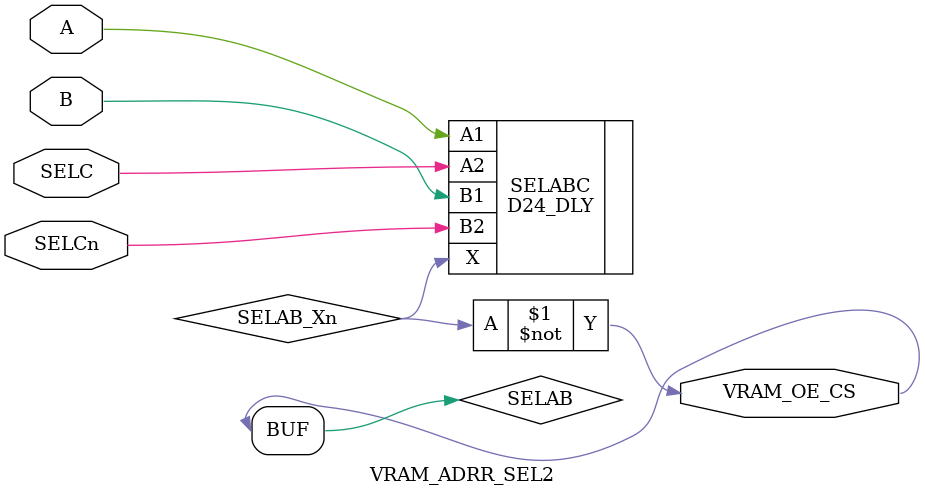
<source format=v>
/****************************************************************
 * Support modules for use with generate blocks repetitive      *
 * hardware patterns.                                           *
 * @Furrtek schematics on 052109 die:                           *
 * https://github.com/furrtek/VGChips/tree/master/Konami/052109 *
 * Author: @RndMnkIII                                           *
 * Repository: https://github.com/RndMnkIII/k052109_verilog     *
 * Version: 1.0 28/06/2021                                      *
 ***************************************************************/
`default_nettype none
`timescale 1ns/1ps

 module VRAM_ADRR_SEL ( input A1,
                        input A2,
                        input B1,
                        input B2,
                        input C,
                 input SELA,
                 input SELAn,
                 input SELB,
                 input SELBn,
                 input SELC,
                 input SELCn,
                 output RA);
    wire SELAB_Xn;
    T5A_DLY selab (.A1(A1), .A2(A2), .B1(B1), .B2(B2), .S1n(SELA), .S2(SELAn), .S3n(SELAn), .S4(SELA), .S5n(SELB), .S6(SELBn), .Xn(SELAB_Xn));

    wire SELAB; //Logic Cell V1N
    assign #0.55 SELAB = ~SELAB_Xn;

    wire SELABC_Xn;
    D24_DLY SELABC (.A1(C), .A2(SELC), .B1(SELAB), .B2(SELCn), .X(SELABC_Xn)); 

    wire SELABC; //Logic Cell V2B
    assign #0.64 SELABC = ~SELABC_Xn;

    assign RA = SELABC;
endmodule

 module VRAM_ADRR_SEL2 ( input A,
                        input B,
                 input SELC,
                 input SELCn,
                 output VRAM_OE_CS);
    wire SELAB_Xn;
    D24_DLY SELABC (.A1(A), .A2(SELC), .B1(B), .B2(SELCn), .X(SELAB_Xn)); 

    wire SELAB; //Logic Cell V2B
    assign #0.64 SELAB = ~SELAB_Xn;
    
    assign VRAM_OE_CS = SELAB;
endmodule
</source>
